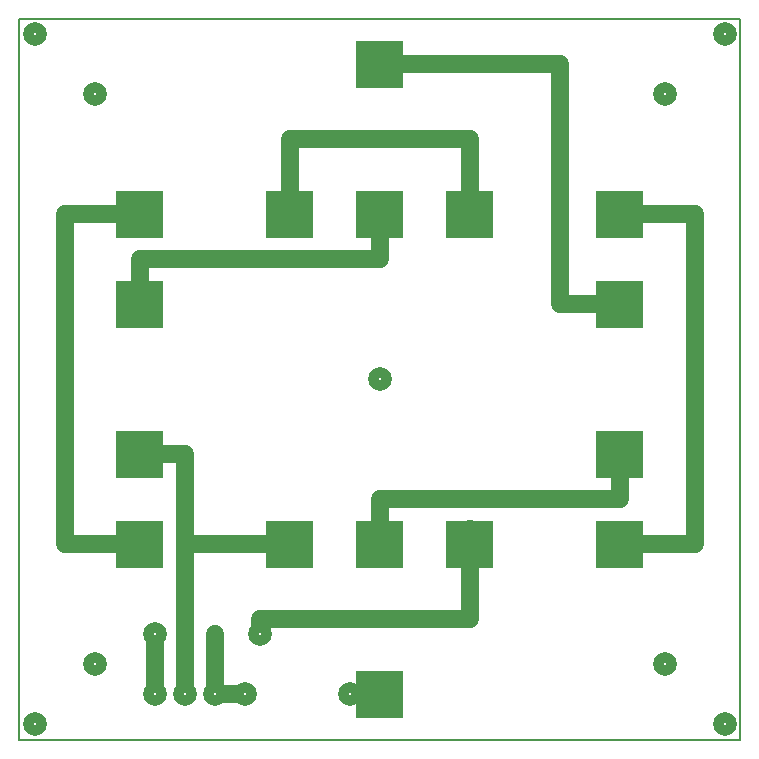
<source format=gbr>
%FSLAX32Y32*%
%MOMM*%
%LNKUPFERSEITE2*%
G71*
G01*
%ADD10C, 0.20*%
%ADD11C, 1.50*%
%ADD12C, 2.00*%
%ADD13C, 0.30*%
%LPD*%
G54D10*
X6100Y0D02*
X0Y0D01*
X0Y6100D01*
X6100Y6100D01*
X6100Y0D01*
G36*
X5284Y3887D02*
X4884Y3887D01*
X4884Y3487D01*
X5284Y3487D01*
X5284Y3887D01*
G37*
G36*
X5284Y2617D02*
X4884Y2617D01*
X4884Y2217D01*
X5284Y2217D01*
X5284Y2617D01*
G37*
G36*
X1220Y3887D02*
X820Y3887D01*
X820Y3487D01*
X1220Y3487D01*
X1220Y3887D01*
G37*
G36*
X1220Y2617D02*
X820Y2617D01*
X820Y2217D01*
X1220Y2217D01*
X1220Y2617D01*
G37*
G36*
X3252Y5919D02*
X2852Y5919D01*
X2852Y5519D01*
X3252Y5519D01*
X3252Y5919D01*
G37*
G36*
X3252Y4649D02*
X2852Y4649D01*
X2852Y4249D01*
X3252Y4249D01*
X3252Y4649D01*
G37*
G36*
X3252Y585D02*
X2852Y585D01*
X2852Y185D01*
X3252Y185D01*
X3252Y585D01*
G37*
G36*
X3252Y1855D02*
X2852Y1855D01*
X2852Y1455D01*
X3252Y1455D01*
X3252Y1855D01*
G37*
G36*
X2490Y4649D02*
X2090Y4649D01*
X2090Y4249D01*
X2490Y4249D01*
X2490Y4649D01*
G37*
G36*
X1220Y4649D02*
X820Y4649D01*
X820Y4249D01*
X1220Y4249D01*
X1220Y4649D01*
G37*
G36*
X5284Y4649D02*
X4884Y4649D01*
X4884Y4249D01*
X5284Y4249D01*
X5284Y4649D01*
G37*
G36*
X4014Y4649D02*
X3614Y4649D01*
X3614Y4249D01*
X4014Y4249D01*
X4014Y4649D01*
G37*
G36*
X2490Y1855D02*
X2090Y1855D01*
X2090Y1455D01*
X2490Y1455D01*
X2490Y1855D01*
G37*
G36*
X1220Y1855D02*
X820Y1855D01*
X820Y1455D01*
X1220Y1455D01*
X1220Y1855D01*
G37*
G36*
X4014Y1855D02*
X3614Y1855D01*
X3614Y1455D01*
X4014Y1455D01*
X4014Y1855D01*
G37*
G36*
X5284Y1855D02*
X4884Y1855D01*
X4884Y1455D01*
X5284Y1455D01*
X5284Y1855D01*
G37*
G54D11*
X3179Y5719D02*
X4576Y5719D01*
X4576Y3687D01*
X5084Y3687D01*
G54D11*
X1147Y2417D02*
X1401Y2417D01*
X1401Y385D01*
G54D11*
X2290Y4576D02*
X2290Y5084D01*
X3814Y5084D01*
X3814Y4576D01*
G54D11*
X5084Y4449D02*
X5719Y4449D01*
X5719Y1655D01*
X5211Y1655D01*
G54D11*
X893Y4449D02*
X385Y4449D01*
X385Y1655D01*
X893Y1655D01*
X5465Y5465D02*
G54D12*
D03*
X5465Y639D02*
G54D12*
D03*
X639Y5465D02*
G54D12*
D03*
X639Y639D02*
G54D12*
D03*
X1655Y385D02*
G54D12*
D03*
X1401Y385D02*
G54D12*
D03*
X1147Y385D02*
G54D12*
D03*
G54D11*
X2163Y1655D02*
X1782Y1655D01*
X1401Y1655D01*
X2798Y385D02*
G54D12*
D03*
X3052Y3052D02*
G54D12*
D03*
X1147Y893D02*
G54D12*
D03*
X2036Y893D02*
G54D12*
D03*
G54D11*
X2036Y1020D02*
X3814Y1020D01*
X3814Y1782D01*
G54D11*
X1147Y893D02*
X1147Y385D01*
G54D11*
X2798Y385D02*
X2925Y385D01*
X1909Y385D02*
G54D12*
D03*
G54D11*
X1655Y385D02*
X1909Y385D01*
X1909Y385D01*
G54D11*
X3052Y4322D02*
X3052Y4068D01*
X1020Y4068D01*
X1020Y3814D01*
G54D11*
X3052Y1782D02*
X3052Y2036D01*
X5084Y2036D01*
X5084Y2290D01*
G54D11*
X1655Y893D02*
X1655Y385D01*
G54D11*
X2036Y1020D02*
X2036Y893D01*
X131Y131D02*
G54D12*
D03*
X131Y5973D02*
G54D12*
D03*
X5973Y5973D02*
G54D12*
D03*
X5973Y131D02*
G54D12*
D03*
%LNAUGENFREISTANZEN*%
%LPC*%
X5465Y5465D02*
G54D13*
D03*
X5465Y639D02*
G54D13*
D03*
X639Y5465D02*
G54D13*
D03*
X639Y639D02*
G54D13*
D03*
X1655Y385D02*
G54D13*
D03*
X1401Y385D02*
G54D13*
D03*
X1147Y385D02*
G54D13*
D03*
X2798Y385D02*
G54D13*
D03*
X3052Y3052D02*
G54D13*
D03*
X1147Y893D02*
G54D13*
D03*
X2036Y893D02*
G54D13*
D03*
X1909Y385D02*
G54D13*
D03*
X131Y131D02*
G54D13*
D03*
X131Y5973D02*
G54D13*
D03*
X5973Y5973D02*
G54D13*
D03*
X5973Y131D02*
G54D13*
D03*
M02*

</source>
